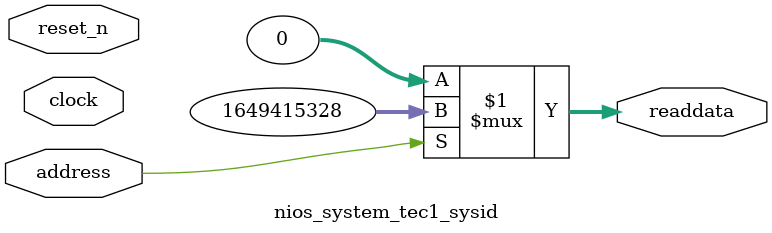
<source format=v>



// synthesis translate_off
`timescale 1ns / 1ps
// synthesis translate_on

// turn off superfluous verilog processor warnings 
// altera message_level Level1 
// altera message_off 10034 10035 10036 10037 10230 10240 10030 

module nios_system_tec1_sysid (
               // inputs:
                address,
                clock,
                reset_n,

               // outputs:
                readdata
             )
;

  output  [ 31: 0] readdata;
  input            address;
  input            clock;
  input            reset_n;

  wire    [ 31: 0] readdata;
  //control_slave, which is an e_avalon_slave
  assign readdata = address ? 1649415328 : 0;

endmodule



</source>
